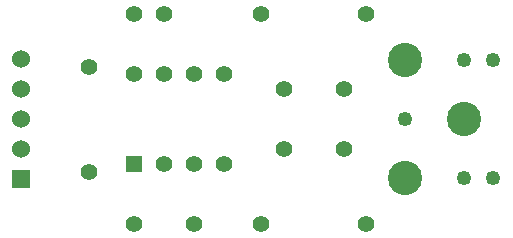
<source format=gbs>
G04 (created by PCBNEW (2013-07-07 BZR 4022)-stable) date 1/29/2015 5:28:15 PM*
%MOIN*%
G04 Gerber Fmt 3.4, Leading zero omitted, Abs format*
%FSLAX34Y34*%
G01*
G70*
G90*
G04 APERTURE LIST*
%ADD10C,0.00590551*%
%ADD11R,0.055X0.055*%
%ADD12C,0.055*%
%ADD13C,0.114173*%
%ADD14C,0.0492126*%
%ADD15R,0.06X0.06*%
%ADD16C,0.06*%
G04 APERTURE END LIST*
G54D10*
G54D11*
X80000Y-65500D03*
G54D12*
X81000Y-65500D03*
X82000Y-65500D03*
X83000Y-65500D03*
X83000Y-62500D03*
X82000Y-62500D03*
X81000Y-62500D03*
X80000Y-62500D03*
X82000Y-67500D03*
X80000Y-67500D03*
X85000Y-63000D03*
X85000Y-65000D03*
X87000Y-65000D03*
X87000Y-63000D03*
G54D13*
X91000Y-64000D03*
X89031Y-62031D03*
X89031Y-65968D03*
G54D14*
X89031Y-64000D03*
X91000Y-65968D03*
X91000Y-62031D03*
X91984Y-62031D03*
X91984Y-65968D03*
G54D12*
X78500Y-62250D03*
X78500Y-65750D03*
X84250Y-60500D03*
X87750Y-60500D03*
X84250Y-67500D03*
X87750Y-67500D03*
G54D15*
X76250Y-66000D03*
G54D16*
X76250Y-65000D03*
X76250Y-64000D03*
X76250Y-63000D03*
X76250Y-62000D03*
G54D12*
X80000Y-60500D03*
X81000Y-60500D03*
M02*

</source>
